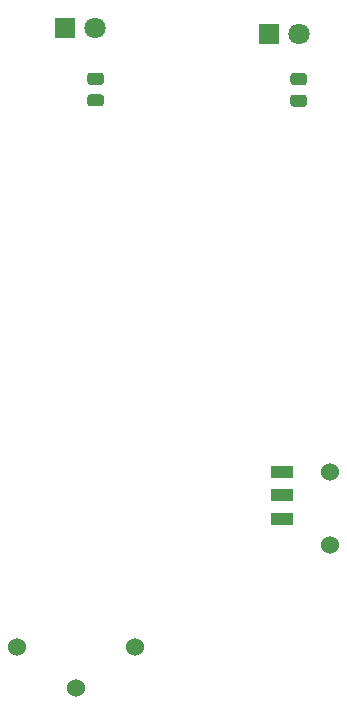
<source format=gbr>
%TF.GenerationSoftware,KiCad,Pcbnew,(5.1.9-0-10_14)*%
%TF.CreationDate,2021-10-18T11:04:09-07:00*%
%TF.ProjectId,ghost_pcb_2a,67686f73-745f-4706-9362-5f32612e6b69,rev?*%
%TF.SameCoordinates,Original*%
%TF.FileFunction,Soldermask,Bot*%
%TF.FilePolarity,Negative*%
%FSLAX46Y46*%
G04 Gerber Fmt 4.6, Leading zero omitted, Abs format (unit mm)*
G04 Created by KiCad (PCBNEW (5.1.9-0-10_14)) date 2021-10-18 11:04:09*
%MOMM*%
%LPD*%
G01*
G04 APERTURE LIST*
%ADD10C,1.524000*%
%ADD11R,1.900000X1.000000*%
%ADD12C,1.800000*%
%ADD13R,1.800000X1.800000*%
G04 APERTURE END LIST*
D10*
%TO.C,SW1*%
X157302200Y-110971800D03*
X157302200Y-117221800D03*
D11*
X153252200Y-110971800D03*
X153238200Y-112971800D03*
X153238200Y-114971800D03*
%TD*%
%TO.C,R2*%
G36*
G01*
X137940201Y-78236500D02*
X137040199Y-78236500D01*
G75*
G02*
X136790200Y-77986501I0J249999D01*
G01*
X136790200Y-77461499D01*
G75*
G02*
X137040199Y-77211500I249999J0D01*
G01*
X137940201Y-77211500D01*
G75*
G02*
X138190200Y-77461499I0J-249999D01*
G01*
X138190200Y-77986501D01*
G75*
G02*
X137940201Y-78236500I-249999J0D01*
G01*
G37*
G36*
G01*
X137940201Y-80061500D02*
X137040199Y-80061500D01*
G75*
G02*
X136790200Y-79811501I0J249999D01*
G01*
X136790200Y-79286499D01*
G75*
G02*
X137040199Y-79036500I249999J0D01*
G01*
X137940201Y-79036500D01*
G75*
G02*
X138190200Y-79286499I0J-249999D01*
G01*
X138190200Y-79811501D01*
G75*
G02*
X137940201Y-80061500I-249999J0D01*
G01*
G37*
%TD*%
%TO.C,R1*%
G36*
G01*
X155136001Y-78261900D02*
X154235999Y-78261900D01*
G75*
G02*
X153986000Y-78011901I0J249999D01*
G01*
X153986000Y-77486899D01*
G75*
G02*
X154235999Y-77236900I249999J0D01*
G01*
X155136001Y-77236900D01*
G75*
G02*
X155386000Y-77486899I0J-249999D01*
G01*
X155386000Y-78011901D01*
G75*
G02*
X155136001Y-78261900I-249999J0D01*
G01*
G37*
G36*
G01*
X155136001Y-80086900D02*
X154235999Y-80086900D01*
G75*
G02*
X153986000Y-79836901I0J249999D01*
G01*
X153986000Y-79311899D01*
G75*
G02*
X154235999Y-79061900I249999J0D01*
G01*
X155136001Y-79061900D01*
G75*
G02*
X155386000Y-79311899I0J-249999D01*
G01*
X155386000Y-79836901D01*
G75*
G02*
X155136001Y-80086900I-249999J0D01*
G01*
G37*
%TD*%
D12*
%TO.C,D2*%
X137414000Y-73406000D03*
D13*
X134874000Y-73406000D03*
%TD*%
%TO.C,D1*%
X152146000Y-73914000D03*
D12*
X154686000Y-73914000D03*
%TD*%
D10*
%TO.C,BAT1*%
X140860800Y-125831600D03*
X135860800Y-129301601D03*
X130860800Y-125831600D03*
%TD*%
M02*

</source>
